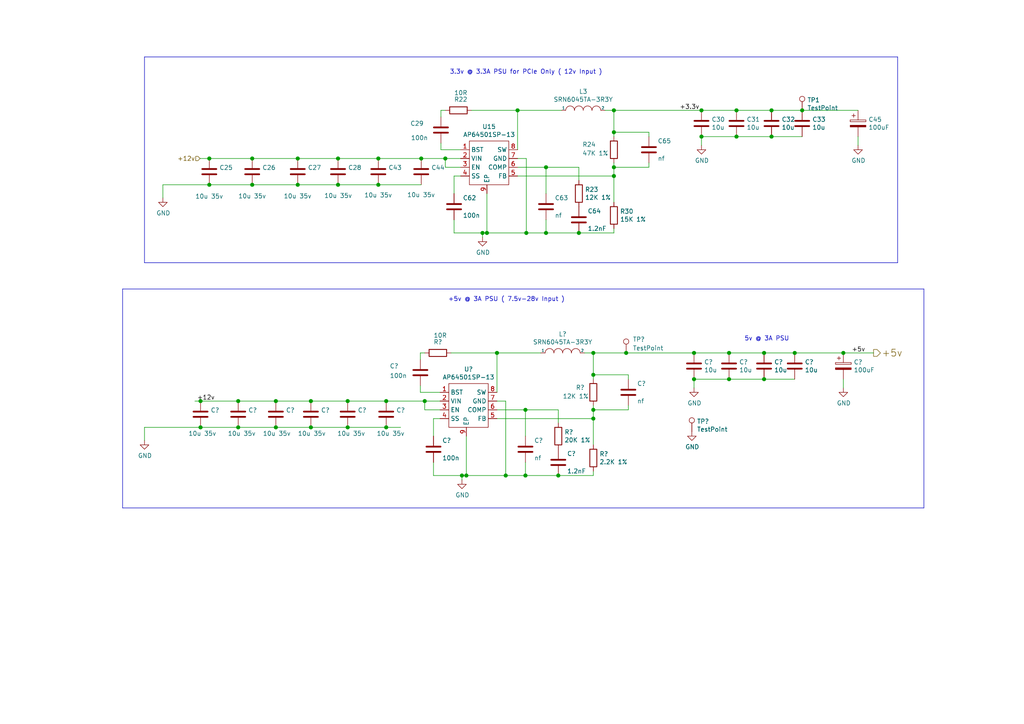
<source format=kicad_sch>
(kicad_sch (version 20210621) (generator eeschema)
  (paper "A4")
  (title_block (title "Astro Compute Module 4 - PCIe") (date "2021-07-27") (rev "1") (company "Andrew Chittams") (comment 1 "https://github.com/chittams/AstroCM4") (comment 2 "www.raspberrypi.org"))
  (lib_symbols
    (symbol "CM4IO:AP64351"
      (property "Reference" "U" (at 0 8.89 0))
      (property "Value" "AP64351" (at 1.27 6.35 0))
      (symbol "AP64351_0_1"
        (rectangle (start -5.08 5.08) (end 6.35 -7.62))
      )
      (symbol "AP64351_1_1"
        (pin passive line (at -7.62 2.54 0) (length 2.54) (name "BST") (number "1"))
        (pin power_in line (at -7.62 0 0) (length 2.54) (name "VIN") (number "2"))
        (pin input line (at -7.62 -2.54 0) (length 2.54) (name "EN") (number "3"))
        (pin input line (at -7.62 -5.08 0) (length 2.54) (name "SS") (number "4"))
        (pin input line (at 8.89 -5.08 180) (length 2.54) (name "FB") (number "5"))
        (pin input line (at 8.89 -2.54 180) (length 2.54) (name "COMP") (number "6"))
        (pin power_in line (at 8.89 0 180) (length 2.54) (name "GND") (number "7"))
        (pin output line (at 8.89 2.54 180) (length 2.54) (name "SW") (number "8"))
        (pin passive line (at 0 -10.16 90) (length 2.54) (name "EP") (number "9"))
      )
    )
    (symbol "Connector:TestPoint" (pin_numbers hide) (pin_names (offset 0.762) hide)
      (property "Reference" "TP" (at 0 6.858 0))
      (property "Value" "TestPoint" (at 0 5.08 0))
      (symbol "TestPoint_0_1"
        (circle (center 0 3.302) (radius 0.762))
      )
      (symbol "TestPoint_1_1"
        (pin passive line (at 0 0 90) (length 2.54) (name "1") (number "1"))
      )
    )
    (symbol "Device:C" (pin_numbers hide) (pin_names (offset 0.254))
      (property "Reference" "C" (at 0.635 2.54 0))
      (property "Value" "C" (at 0.635 -2.54 0))
      (symbol "C_0_1"
        (polyline (pts (xy -2.032 -0.762) (xy 2.032 -0.762)) (stroke (width 0.508)))
        (polyline (pts (xy -2.032 0.762) (xy 2.032 0.762)) (stroke (width 0.508)))
      )
      (symbol "C_1_1"
        (pin passive line (at 0 3.81 270) (length 2.794) (name "~") (number "1"))
        (pin passive line (at 0 -3.81 90) (length 2.794) (name "~") (number "2"))
      )
    )
    (symbol "Device:CP" (pin_numbers hide) (pin_names (offset 0.254))
      (property "Reference" "C" (at 0.635 2.54 0))
      (property "Value" "CP" (at 0.635 -2.54 0))
      (symbol "CP_0_1"
        (rectangle (start -2.286 0.508) (end 2.286 1.016))
        (rectangle (start 2.286 -0.508) (end -2.286 -1.016) (fill (type outline)))
        (polyline (pts (xy -1.778 2.286) (xy -0.762 2.286)))
        (polyline (pts (xy -1.27 2.794) (xy -1.27 1.778)))
      )
      (symbol "CP_1_1"
        (pin passive line (at 0 3.81 270) (length 2.794) (name "~") (number "1"))
        (pin passive line (at 0 -3.81 90) (length 2.794) (name "~") (number "2"))
      )
    )
    (symbol "Device:R" (pin_numbers hide) (pin_names (offset 0))
      (property "Reference" "R" (at 2.032 0 90))
      (property "Value" "R" (at 0 0 90))
      (symbol "R_0_1"
        (rectangle (start -1.016 -2.54) (end 1.016 2.54) (stroke (width 0.254)))
      )
      (symbol "R_1_1"
        (pin passive line (at 0 3.81 270) (length 1.27) (name "~") (number "1"))
        (pin passive line (at 0 -3.81 90) (length 1.27) (name "~") (number "2"))
      )
    )
    (symbol "power:GND" (power) (pin_names (offset 0))
      (property "Value" "GND" (at 0 -3.81 0))
      (symbol "GND_0_1"
        (polyline (pts (xy 0 0) (xy 0 -1.27) (xy 1.27 -1.27) (xy 0 -2.54) (xy -1.27 -1.27) (xy 0 -1.27)))
      )
      (symbol "GND_1_1"
        (pin power_in line (at 0 0 270) (length 0) hide (name "GND") (number "1"))
      )
    )
    (symbol "pspice:INDUCTOR" (pin_numbers hide) (pin_names (offset 0))
      (property "Reference" "L" (at 0 2.54 0))
      (property "Value" "INDUCTOR" (at 0 -1.27 0))
      (symbol "INDUCTOR_0_1"
        (arc (start -2.54 0) (end -5.08 0) (radius (at -3.81 0) (length 1.27) (angles 0.1 179.9)))
        (arc (start 0 0) (end -2.54 0) (radius (at -1.27 0) (length 1.27) (angles 0.1 179.9)))
        (arc (start 2.54 0) (end 0 0) (radius (at 1.27 0) (length 1.27) (angles 0.1 179.9)))
        (arc (start 5.08 0) (end 2.54 0) (radius (at 3.81 0) (length 1.27) (angles 0.1 179.9)))
      )
      (symbol "INDUCTOR_1_1"
        (pin input line (at -6.35 0 0) (length 1.27) (name "1") (number "1"))
        (pin input line (at 6.35 0 180) (length 1.27) (name "2") (number "2"))
      )
    )
  )
  (junction (at 58.166 116.332) (diameter 1.016))
  (junction (at 58.166 123.952) (diameter 1.016))
  (junction (at 60.706 45.974) (diameter 1.016))
  (junction (at 60.706 53.594) (diameter 1.016))
  (junction (at 69.088 116.332) (diameter 1.016))
  (junction (at 69.088 123.952) (diameter 1.016))
  (junction (at 73.152 45.974) (diameter 1.016))
  (junction (at 73.152 53.594) (diameter 1.016))
  (junction (at 80.01 116.332) (diameter 1.016))
  (junction (at 80.01 123.952) (diameter 1.016))
  (junction (at 86.36 45.974) (diameter 1.016))
  (junction (at 86.36 53.594) (diameter 1.016))
  (junction (at 90.17 116.332) (diameter 1.016))
  (junction (at 90.17 123.952) (diameter 1.016))
  (junction (at 98.044 45.974) (diameter 1.016))
  (junction (at 98.044 53.594) (diameter 1.016))
  (junction (at 100.838 116.332) (diameter 1.016))
  (junction (at 100.838 123.952) (diameter 1.016))
  (junction (at 109.728 45.974) (diameter 1.016))
  (junction (at 109.728 53.594) (diameter 1.016))
  (junction (at 112.014 116.332) (diameter 1.016))
  (junction (at 112.014 123.952) (diameter 1.016))
  (junction (at 122.174 45.974) (diameter 1.016))
  (junction (at 123.19 116.332) (diameter 1.016))
  (junction (at 129.159 45.974) (diameter 1.016))
  (junction (at 133.985 137.922) (diameter 1.016))
  (junction (at 135.255 137.922) (diameter 1.016))
  (junction (at 139.954 67.564) (diameter 1.016))
  (junction (at 141.224 67.564) (diameter 1.016))
  (junction (at 144.145 102.362) (diameter 1.016))
  (junction (at 146.685 137.922) (diameter 1.016))
  (junction (at 150.114 32.004) (diameter 1.016))
  (junction (at 152.4 118.872) (diameter 1.016))
  (junction (at 152.4 137.922) (diameter 1.016))
  (junction (at 152.654 67.564) (diameter 1.016))
  (junction (at 158.369 48.514) (diameter 1.016))
  (junction (at 158.369 67.564) (diameter 1.016))
  (junction (at 161.925 137.922) (diameter 1.016))
  (junction (at 167.894 67.564) (diameter 1.016))
  (junction (at 172.085 102.362) (diameter 1.016))
  (junction (at 172.085 108.712) (diameter 1.016))
  (junction (at 172.085 118.872) (diameter 1.016))
  (junction (at 172.085 121.412) (diameter 1.016))
  (junction (at 178.054 32.004) (diameter 1.016))
  (junction (at 178.054 38.354) (diameter 1.016))
  (junction (at 178.054 48.514) (diameter 1.016))
  (junction (at 178.054 51.054) (diameter 1.016))
  (junction (at 181.61 102.362) (diameter 1.016))
  (junction (at 201.295 102.362) (diameter 1.016))
  (junction (at 201.295 109.982) (diameter 1.016))
  (junction (at 203.454 32.004) (diameter 1.016))
  (junction (at 203.454 39.624) (diameter 1.016))
  (junction (at 211.455 102.362) (diameter 1.016))
  (junction (at 211.455 109.982) (diameter 1.016))
  (junction (at 213.614 32.004) (diameter 1.016))
  (junction (at 213.614 39.624) (diameter 1.016))
  (junction (at 221.615 102.362) (diameter 1.016))
  (junction (at 221.615 109.982) (diameter 1.016))
  (junction (at 223.774 32.004) (diameter 1.016))
  (junction (at 223.774 39.624) (diameter 1.016))
  (junction (at 230.505 102.362) (diameter 1.016))
  (junction (at 232.664 32.004) (diameter 1.016))
  (junction (at 244.602 102.362) (diameter 1.016))
  (wire (pts (xy 41.91 123.952) (xy 41.91 127.762)))
  (wire (pts (xy 41.91 123.952) (xy 58.166 123.952)))
  (wire (pts (xy 47.244 53.594) (xy 47.244 57.404)))
  (wire (pts (xy 47.244 53.594) (xy 60.706 53.594)))
  (wire (pts (xy 56.515 116.332) (xy 58.166 116.332)))
  (wire (pts (xy 58.039 45.974) (xy 60.706 45.974)))
  (wire (pts (xy 58.166 116.332) (xy 69.088 116.332)))
  (wire (pts (xy 58.166 123.952) (xy 69.088 123.952)))
  (wire (pts (xy 60.706 45.974) (xy 73.152 45.974)))
  (wire (pts (xy 60.706 53.594) (xy 73.152 53.594)))
  (wire (pts (xy 69.088 116.332) (xy 80.01 116.332)))
  (wire (pts (xy 69.088 123.952) (xy 80.01 123.952)))
  (wire (pts (xy 73.152 45.974) (xy 86.36 45.974)))
  (wire (pts (xy 73.152 53.594) (xy 86.36 53.594)))
  (wire (pts (xy 80.01 116.332) (xy 90.17 116.332)))
  (wire (pts (xy 80.01 123.952) (xy 90.17 123.952)))
  (wire (pts (xy 86.36 45.974) (xy 98.044 45.974)))
  (wire (pts (xy 86.36 53.594) (xy 98.044 53.594)))
  (wire (pts (xy 90.17 116.332) (xy 100.838 116.332)))
  (wire (pts (xy 90.17 123.952) (xy 100.838 123.952)))
  (wire (pts (xy 98.044 45.974) (xy 109.728 45.974)))
  (wire (pts (xy 98.044 53.594) (xy 109.728 53.594)))
  (wire (pts (xy 100.838 116.332) (xy 112.014 116.332)))
  (wire (pts (xy 100.838 123.952) (xy 112.014 123.952)))
  (wire (pts (xy 109.728 45.974) (xy 122.174 45.974)))
  (wire (pts (xy 109.728 53.594) (xy 122.174 53.594)))
  (wire (pts (xy 112.014 116.332) (xy 123.19 116.332)))
  (wire (pts (xy 112.014 123.952) (xy 116.205 123.952)))
  (wire (pts (xy 121.92 102.362) (xy 123.19 102.362)))
  (wire (pts (xy 121.92 104.267) (xy 121.92 102.362)))
  (wire (pts (xy 121.92 111.887) (xy 121.92 113.792)))
  (wire (pts (xy 121.92 113.792) (xy 127.635 113.792)))
  (wire (pts (xy 122.174 45.974) (xy 129.159 45.974)))
  (wire (pts (xy 123.19 116.332) (xy 123.19 118.872)))
  (wire (pts (xy 123.19 116.332) (xy 127.635 116.332)))
  (wire (pts (xy 123.19 118.872) (xy 127.635 118.872)))
  (wire (pts (xy 125.73 121.412) (xy 125.73 126.492)))
  (wire (pts (xy 125.73 134.112) (xy 125.73 137.922)))
  (wire (pts (xy 125.73 137.922) (xy 133.985 137.922)))
  (wire (pts (xy 127.635 121.412) (xy 125.73 121.412)))
  (wire (pts (xy 127.889 32.004) (xy 129.159 32.004)))
  (wire (pts (xy 127.889 33.909) (xy 127.889 32.004)))
  (wire (pts (xy 127.889 41.529) (xy 127.889 43.434)))
  (wire (pts (xy 127.889 43.434) (xy 133.604 43.434)))
  (wire (pts (xy 129.159 45.974) (xy 129.159 48.514)))
  (wire (pts (xy 129.159 45.974) (xy 133.604 45.974)))
  (wire (pts (xy 129.159 48.514) (xy 133.604 48.514)))
  (wire (pts (xy 130.81 102.362) (xy 144.145 102.362)))
  (wire (pts (xy 131.699 51.054) (xy 131.699 56.134)))
  (wire (pts (xy 131.699 63.754) (xy 131.699 67.564)))
  (wire (pts (xy 131.699 67.564) (xy 139.954 67.564)))
  (wire (pts (xy 133.604 51.054) (xy 131.699 51.054)))
  (wire (pts (xy 133.985 137.922) (xy 135.255 137.922)))
  (wire (pts (xy 133.985 139.192) (xy 133.985 137.922)))
  (wire (pts (xy 135.255 126.492) (xy 135.255 137.922)))
  (wire (pts (xy 135.255 137.922) (xy 146.685 137.922)))
  (wire (pts (xy 136.779 32.004) (xy 150.114 32.004)))
  (wire (pts (xy 139.954 67.564) (xy 141.224 67.564)))
  (wire (pts (xy 139.954 68.834) (xy 139.954 67.564)))
  (wire (pts (xy 141.224 56.134) (xy 141.224 67.564)))
  (wire (pts (xy 141.224 67.564) (xy 152.654 67.564)))
  (wire (pts (xy 144.145 102.362) (xy 144.145 113.792)))
  (wire (pts (xy 144.145 102.362) (xy 156.845 102.362)))
  (wire (pts (xy 144.145 116.332) (xy 146.685 116.332)))
  (wire (pts (xy 144.145 118.872) (xy 152.4 118.872)))
  (wire (pts (xy 144.145 121.412) (xy 172.085 121.412)))
  (wire (pts (xy 146.685 116.332) (xy 146.685 137.922)))
  (wire (pts (xy 146.685 137.922) (xy 152.4 137.922)))
  (wire (pts (xy 150.114 32.004) (xy 150.114 43.434)))
  (wire (pts (xy 150.114 32.004) (xy 162.814 32.004)))
  (wire (pts (xy 150.114 45.974) (xy 152.654 45.974)))
  (wire (pts (xy 150.114 48.514) (xy 158.369 48.514)))
  (wire (pts (xy 150.114 51.054) (xy 178.054 51.054)))
  (wire (pts (xy 152.4 118.872) (xy 152.4 126.492)))
  (wire (pts (xy 152.4 118.872) (xy 161.925 118.872)))
  (wire (pts (xy 152.4 134.112) (xy 152.4 137.922)))
  (wire (pts (xy 152.4 137.922) (xy 161.925 137.922)))
  (wire (pts (xy 152.654 45.974) (xy 152.654 67.564)))
  (wire (pts (xy 152.654 67.564) (xy 158.369 67.564)))
  (wire (pts (xy 158.369 48.514) (xy 158.369 56.134)))
  (wire (pts (xy 158.369 48.514) (xy 167.894 48.514)))
  (wire (pts (xy 158.369 63.754) (xy 158.369 67.564)))
  (wire (pts (xy 158.369 67.564) (xy 167.894 67.564)))
  (wire (pts (xy 161.925 122.682) (xy 161.925 118.872)))
  (wire (pts (xy 161.925 137.922) (xy 172.085 137.922)))
  (wire (pts (xy 167.894 52.324) (xy 167.894 48.514)))
  (wire (pts (xy 167.894 67.564) (xy 178.054 67.564)))
  (wire (pts (xy 169.545 102.362) (xy 172.085 102.362)))
  (wire (pts (xy 172.085 102.362) (xy 172.085 108.712)))
  (wire (pts (xy 172.085 102.362) (xy 181.61 102.362)))
  (wire (pts (xy 172.085 108.712) (xy 172.085 109.982)))
  (wire (pts (xy 172.085 108.712) (xy 182.245 108.712)))
  (wire (pts (xy 172.085 117.602) (xy 172.085 118.872)))
  (wire (pts (xy 172.085 118.872) (xy 172.085 121.412)))
  (wire (pts (xy 172.085 118.872) (xy 182.245 118.872)))
  (wire (pts (xy 172.085 121.412) (xy 172.085 129.032)))
  (wire (pts (xy 172.085 137.922) (xy 172.085 136.652)))
  (wire (pts (xy 175.514 32.004) (xy 178.054 32.004)))
  (wire (pts (xy 178.054 32.004) (xy 178.054 38.354)))
  (wire (pts (xy 178.054 32.004) (xy 203.454 32.004)))
  (wire (pts (xy 178.054 38.354) (xy 178.054 39.624)))
  (wire (pts (xy 178.054 38.354) (xy 188.214 38.354)))
  (wire (pts (xy 178.054 47.244) (xy 178.054 48.514)))
  (wire (pts (xy 178.054 48.514) (xy 178.054 51.054)))
  (wire (pts (xy 178.054 48.514) (xy 188.214 48.514)))
  (wire (pts (xy 178.054 51.054) (xy 178.054 58.674)))
  (wire (pts (xy 178.054 67.564) (xy 178.054 66.294)))
  (wire (pts (xy 181.61 102.362) (xy 201.295 102.362)))
  (wire (pts (xy 182.245 108.712) (xy 182.245 109.982)))
  (wire (pts (xy 182.245 118.872) (xy 182.245 117.602)))
  (wire (pts (xy 188.214 38.354) (xy 188.214 39.624)))
  (wire (pts (xy 188.214 48.514) (xy 188.214 47.244)))
  (wire (pts (xy 201.295 102.362) (xy 211.455 102.362)))
  (wire (pts (xy 201.295 109.982) (xy 201.295 112.522)))
  (wire (pts (xy 203.454 32.004) (xy 213.614 32.004)))
  (wire (pts (xy 203.454 39.624) (xy 203.454 42.164)))
  (wire (pts (xy 211.455 102.362) (xy 221.615 102.362)))
  (wire (pts (xy 211.455 109.982) (xy 201.295 109.982)))
  (wire (pts (xy 213.614 32.004) (xy 223.774 32.004)))
  (wire (pts (xy 213.614 39.624) (xy 203.454 39.624)))
  (wire (pts (xy 221.615 102.362) (xy 230.505 102.362)))
  (wire (pts (xy 221.615 109.982) (xy 211.455 109.982)))
  (wire (pts (xy 223.774 32.004) (xy 232.664 32.004)))
  (wire (pts (xy 223.774 39.624) (xy 213.614 39.624)))
  (wire (pts (xy 230.505 102.362) (xy 244.602 102.362)))
  (wire (pts (xy 230.505 109.982) (xy 221.615 109.982)))
  (wire (pts (xy 232.664 32.004) (xy 248.8692 32.004)))
  (wire (pts (xy 232.664 39.624) (xy 223.774 39.624)))
  (wire (pts (xy 244.602 102.362) (xy 253.365 102.362)))
  (wire (pts (xy 244.602 109.982) (xy 244.602 112.522)))
  (wire (pts (xy 248.8692 39.624) (xy 248.8692 42.164)))
  (polyline (pts (xy 35.56 83.82) (xy 35.56 147.32)) (stroke (width 0) (type solid)))
  (polyline (pts (xy 35.56 83.82) (xy 267.97 83.82)) (stroke (width 0) (type solid)))
  (polyline (pts (xy 41.91 16.51) (xy 41.91 76.2)) (stroke (width 0) (type solid)))
  (polyline (pts (xy 41.91 16.51) (xy 260.35 16.51)) (stroke (width 0) (type solid)))
  (polyline (pts (xy 260.35 16.51) (xy 260.35 76.2)) (stroke (width 0) (type solid)))
  (polyline (pts (xy 260.35 76.2) (xy 41.91 76.2)) (stroke (width 0) (type solid)))
  (polyline (pts (xy 267.97 83.82) (xy 267.97 147.32)) (stroke (width 0) (type solid)))
  (polyline (pts (xy 267.97 147.32) (xy 35.56 147.32)) (stroke (width 0) (type solid)))
  (text "3.3v @ 3.3A PSU for PCIe Only ( 12v Input )\n\n" (at 130.429 23.749 0) (effects (font (size 1.27 1.27)) (justify left bottom)))
  (text "+5v @ 3A PSU ( 7.5v-28v Input )" (at 163.83 87.63 180) (effects (font (size 1.27 1.27)) (justify right bottom)))
  (text "5v @ 3A PSU\n" (at 215.9 99.06 0) (effects (font (size 1.27 1.27)) (justify left bottom)))
  (label "+12v" (at 57.15 116.332 0))
  (label "+3.3v" (at 197.104 32.004 0))
  (label "+5v" (at 247.015 102.362 0))
  (hierarchical_label "+12v" (shape input) (at 58.039 45.974 180))
  (hierarchical_label "+5v" (shape output) (at 253.365 102.362 0) (effects (font (size 2.0066 2.0066))))
  (symbol (lib_id "Connector:TestPoint") (at 181.61 102.362 0) (unit 1)
    (property "Reference" "TP?" (at 183.515 98.425 0) (effects (justify left)))
    (property "Value" "TestPoint" (at 183.515 100.965 0) (effects (justify left)))
    (property "Footprint" "TestPoint:TestPoint_Pad_2.0x2.0mm" (effects hide))
    (property "Field4" "nf" (effects hide))
    (property "Field5" "nf" (effects hide))
    (property "Field6" "nf" (effects hide))
    (property "Field7" "nf" (effects hide))
  )
  (symbol (lib_id "Connector:TestPoint") (at 200.66 125.222 0) (unit 1)
    (property "Reference" "TP?" (at 202.1332 122.2248 0) (effects (justify left)))
    (property "Value" "TestPoint" (at 202.1332 124.5362 0) (effects (justify left)))
    (property "Footprint" "TestPoint:TestPoint_Pad_2.0x2.0mm" (effects hide))
    (property "Field4" "nf" (effects hide))
    (property "Field5" "nf" (effects hide))
    (property "Field6" "nf" (effects hide))
    (property "Field7" "nf" (effects hide))
  )
  (symbol (lib_id "Connector:TestPoint") (at 232.664 32.004 0) (unit 1)
    (property "Reference" "TP1" (at 234.1372 29.0068 0) (effects (justify left)))
    (property "Value" "TestPoint" (at 234.1372 31.3182 0) (effects (justify left)))
    (property "Footprint" "TestPoint:TestPoint_Pad_2.0x2.0mm" (effects hide))
    (property "Field4" "nf" (effects hide))
    (property "Field5" "nf" (effects hide))
    (property "Field6" "nf" (effects hide))
    (property "Field7" "nf" (effects hide))
  )
  (symbol (lib_id "power:GND") (at 41.91 127.762 0) (unit 1)
    (property "Reference" "#PWR?" (effects hide))
    (property "Value" "GND" (at 42.037 132.1562 0))
  )
  (symbol (lib_id "power:GND") (at 47.244 57.404 0) (unit 1)
    (property "Reference" "#PWR?" (effects hide))
    (property "Value" "GND" (at 47.371 61.7982 0))
  )
  (symbol (lib_id "power:GND") (at 133.985 139.192 0) (unit 1)
    (property "Reference" "#PWR?" (effects hide))
    (property "Value" "GND" (at 134.112 143.5862 0))
  )
  (symbol (lib_id "power:GND") (at 139.954 68.834 0) (unit 1)
    (property "Reference" "#PWR?" (effects hide))
    (property "Value" "GND" (at 140.081 73.2282 0))
  )
  (symbol (lib_id "power:GND") (at 200.66 125.222 0) (unit 1)
    (property "Reference" "#PWR?" (effects hide))
    (property "Value" "GND" (at 200.787 129.6162 0))
  )
  (symbol (lib_id "power:GND") (at 201.295 112.522 0) (unit 1)
    (property "Reference" "#PWR?" (effects hide))
    (property "Value" "GND" (at 201.422 116.9162 0))
  )
  (symbol (lib_id "power:GND") (at 203.454 42.164 0) (unit 1)
    (property "Reference" "#PWR?" (effects hide))
    (property "Value" "GND" (at 203.581 46.5582 0))
  )
  (symbol (lib_id "power:GND") (at 244.602 112.522 0) (unit 1)
    (property "Reference" "#PWR?" (effects hide))
    (property "Value" "GND" (at 244.729 116.9162 0))
  )
  (symbol (lib_id "power:GND") (at 248.8692 42.164 0) (unit 1)
    (property "Reference" "#PWR?" (effects hide))
    (property "Value" "GND" (at 248.9962 46.5582 0))
  )
  (symbol (lib_id "Device:R") (at 127 102.362 270) (unit 1)
    (property "Reference" "R?" (at 125.73 99.187 90) (effects (justify left)))
    (property "Value" "10R" (at 125.73 97.282 90) (effects (justify left)))
    (property "Footprint" "Resistor_SMD:R_0402_1005Metric" (effects hide))
    (property "Datasheet" "https://fscdn.rohm.com/en/products/databook/datasheet/passive/resistor/chip_resistor/mcr-e.pdf" (effects hide))
    (property "Field4" "Farnell" (effects hide))
    (property "Field5" "9238999" (effects hide))
    (property "Field7" "Yageo" (effects hide))
    (property "Field6" "RC0402FR-0710RL" (effects hide))
    (property "Field8" "URES00256" (effects hide))
    (property "Part Description" "Resistor 10R M1005 1% 63mW" (effects hide))
  )
  (symbol (lib_id "Device:R") (at 132.969 32.004 270) (unit 1)
    (property "Reference" "R22" (at 131.699 28.829 90) (effects (justify left)))
    (property "Value" "10R" (at 131.699 26.924 90) (effects (justify left)))
    (property "Footprint" "Resistor_SMD:R_0402_1005Metric" (effects hide))
    (property "Datasheet" "https://fscdn.rohm.com/en/products/databook/datasheet/passive/resistor/chip_resistor/mcr-e.pdf" (effects hide))
    (property "Field4" "Farnell" (effects hide))
    (property "Field5" "9238999" (effects hide))
    (property "Field7" "Yageo" (effects hide))
    (property "Field6" "RC0402FR-0710RL" (effects hide))
    (property "Field8" "URES00256" (effects hide))
    (property "Part Description" "Resistor 10R M1005 1% 63mW" (effects hide))
  )
  (symbol (lib_id "Device:R") (at 161.925 126.492 0) (unit 1)
    (property "Reference" "R?" (at 163.703 125.3236 0) (effects (justify left)))
    (property "Value" "20K 1%" (at 163.703 127.635 0) (effects (justify left)))
    (property "Footprint" "Resistor_SMD:R_0402_1005Metric" (effects hide))
    (property "Datasheet" "https://fscdn.rohm.com/en/products/databook/datasheet/passive/resistor/chip_resistor/mcr-e.pdf" (effects hide))
    (property "Field4" "Farnell" (effects hide))
    (property "Field5" "2331485" (effects hide))
    (property "Field7" "KOA EUROPE GMBH" (effects hide))
    (property "Field6" "RK73H1ETTP2002F" (effects hide))
    (property "Part Description" "Resistor 20K M1005 1% 63mW" (effects hide))
  )
  (symbol (lib_id "Device:R") (at 167.894 56.134 0) (unit 1)
    (property "Reference" "R23" (at 169.672 54.9656 0) (effects (justify left)))
    (property "Value" "12K 1%" (at 169.672 57.277 0) (effects (justify left)))
    (property "Footprint" "Resistor_SMD:R_0402_1005Metric" (effects hide))
    (property "Datasheet" "https://fscdn.rohm.com/en/products/databook/datasheet/passive/resistor/chip_resistor/mcr-e.pdf" (effects hide))
    (property "Field4" "Farnell" (effects hide))
    (property "Field5" "9239367" (effects hide))
    (property "Field7" "Rohm" (effects hide))
    (property "Field6" "MCR01MZPF1202" (effects hide))
    (property "Part Description" "Resistor 12K M1005 1% 63mW" (effects hide))
  )
  (symbol (lib_id "Device:R") (at 172.085 113.792 0) (unit 1)
    (property "Reference" "R?" (at 167.005 112.395 0) (effects (justify left)))
    (property "Value" "12K 1%" (at 163.195 114.935 0) (effects (justify left)))
    (property "Footprint" "Resistor_SMD:R_0402_1005Metric" (effects hide))
    (property "Datasheet" "https://fscdn.rohm.com/en/products/databook/datasheet/passive/resistor/chip_resistor/mcr-e.pdf" (effects hide))
    (property "Field4" "Farnell" (effects hide))
    (property "Field5" "9239367" (effects hide))
    (property "Field7" "Rohm" (effects hide))
    (property "Field6" "MCR01MZPF1202" (effects hide))
    (property "Part Description" "Resistor 12K M1005 1% 63mW" (effects hide))
  )
  (symbol (lib_id "Device:R") (at 172.085 132.842 0) (unit 1)
    (property "Reference" "R?" (at 173.863 131.6736 0) (effects (justify left)))
    (property "Value" "2.2K 1%" (at 173.863 133.985 0) (effects (justify left)))
    (property "Footprint" "Resistor_SMD:R_0402_1005Metric" (effects hide))
    (property "Datasheet" "https://fscdn.rohm.com/en/products/databook/datasheet/passive/resistor/chip_resistor/mcr-e.pdf" (effects hide))
    (property "Field4" "Farnell" (effects hide))
    (property "Field5" "9239278" (effects hide))
    (property "Field6" "RK73G1ETQTP2201D         " (effects hide))
    (property "Field7" "KOA EUROPE GMBH" (effects hide))
    (property "Part Description" "Resistor 2.2K M1005 1% 63mW" (effects hide))
    (property "Field8" "120889581" (effects hide))
  )
  (symbol (lib_id "Device:R") (at 178.054 43.434 0) (unit 1)
    (property "Reference" "R24" (at 168.91 41.91 0) (effects (justify left)))
    (property "Value" "47K 1%" (at 168.91 44.45 0) (effects (justify left)))
    (property "Footprint" "Resistor_SMD:R_0402_1005Metric" (effects hide))
    (property "Datasheet" "https://fscdn.rohm.com/en/products/databook/datasheet/passive/resistor/chip_resistor/mcr-e.pdf" (effects hide))
    (property "Field4" "Farnell" (effects hide))
    (property "Field5" "9239430" (effects hide))
    (property "Field7" "KOA EUROPE GMBH" (effects hide))
    (property "Field6" "RK73G1ETQTP4702D  " (effects hide))
    (property "Part Description" "Resistor 47K M1005 1% 63mW" (effects hide))
    (property "Field8" "120892781" (effects hide))
  )
  (symbol (lib_id "Device:R") (at 178.054 62.484 0) (unit 1)
    (property "Reference" "R30" (at 179.832 61.3156 0) (effects (justify left)))
    (property "Value" "15K 1%" (at 179.832 63.627 0) (effects (justify left)))
    (property "Footprint" "Resistor_SMD:R_0402_1005Metric" (effects hide))
    (property "Datasheet" "https://fscdn.rohm.com/en/products/databook/datasheet/passive/resistor/chip_resistor/mcr-e.pdf" (effects hide))
    (property "Field4" "Farnell" (effects hide))
    (property "Field5" "9239375" (effects hide))
    (property "Field6" "MCR01MZPF1502" (effects hide))
    (property "Field7" "Rohm" (effects hide))
    (property "Part Description" "Resistor 15K M1005 1% 63mW" (effects hide))
    (property "Field8" "120891581" (effects hide))
  )
  (symbol (lib_id "pspice:INDUCTOR") (at 163.195 102.362 0) (unit 1)
    (property "Reference" "L?" (at 163.195 96.901 0))
    (property "Value" "SRN6045TA-3R3Y" (at 163.195 99.2124 0))
    (property "Footprint" "Inductor_SMD:L_Bourns_SRN6045TA" (effects hide))
    (property "Datasheet" "https://www.bourns.com/docs/Product-Datasheets/SRN6045TA.pdf" (effects hide))
    (property "Field4" "Farnell" (effects hide))
    (property "Field5" "2616889" (effects hide))
    (property "Field6" "SRN6045TA-3R3Y" (effects hide))
    (property "Field7" "Bourns" (effects hide))
    (property "Part Description" "3.3µH Semi-Shielded Wirewound Inductor 7.8A 21mOhm Nonstandard" (effects hide))
  )
  (symbol (lib_id "pspice:INDUCTOR") (at 169.164 32.004 0) (unit 1)
    (property "Reference" "L3" (at 169.164 26.543 0))
    (property "Value" "SRN6045TA-3R3Y" (at 169.164 28.8544 0))
    (property "Footprint" "Inductor_SMD:L_Bourns_SRN6045TA" (effects hide))
    (property "Datasheet" "https://www.bourns.com/docs/Product-Datasheets/SRN6045TA.pdf" (effects hide))
    (property "Field4" "Farnell" (effects hide))
    (property "Field5" "2616889" (effects hide))
    (property "Field6" "SRN6045TA-3R3Y" (effects hide))
    (property "Field7" "Bourns" (effects hide))
    (property "Part Description" "3.3µH Semi-Shielded Wirewound Inductor 7.8A 21mOhm Nonstandard" (effects hide))
  )
  (symbol (lib_id "Device:C") (at 58.166 120.142 0) (unit 1)
    (property "Reference" "C?" (at 61.087 118.9736 0) (effects (justify left)))
    (property "Value" "10u 35v" (at 54.61 125.73 0) (effects (justify left)))
    (property "Footprint" "Capacitor_SMD:C_0805_2012Metric" (effects hide))
    (property "Datasheet" "https://www.murata.com/en-global/products/productdetail.aspx?partno=GRM21BC8YA106ME11%23" (effects hide))
    (property "Field5" "490-10505-1-ND" (effects hide))
    (property "Field4" "Digikey" (effects hide))
    (property "Field6" "GRM21BC8YA106KE11L " (effects hide))
    (property "Field7" "Murata" (effects hide))
    (property "Part Description" "	10uF 10% or 20% 35V Ceramic Capacitor X6S 0805 (2012 Metric)" (effects hide))
  )
  (symbol (lib_id "Device:C") (at 60.706 49.784 0) (unit 1)
    (property "Reference" "C25" (at 63.627 48.6156 0) (effects (justify left)))
    (property "Value" "10u 35v" (at 56.6166 56.9468 0) (effects (justify left)))
    (property "Footprint" "Capacitor_SMD:C_0805_2012Metric" (effects hide))
    (property "Datasheet" "https://www.murata.com/en-global/products/productdetail.aspx?partno=GRM21BC8YA106ME11%23" (effects hide))
    (property "Field5" "490-10505-1-ND" (effects hide))
    (property "Field4" "Digikey" (effects hide))
    (property "Field6" "GRM21BC8YA106KE11L " (effects hide))
    (property "Field7" "Murata" (effects hide))
    (property "Part Description" "	10uF 10% or 20% 35V Ceramic Capacitor X6S 0805 (2012 Metric)" (effects hide))
  )
  (symbol (lib_id "Device:C") (at 69.088 120.142 0) (unit 1)
    (property "Reference" "C?" (at 72.009 118.9736 0) (effects (justify left)))
    (property "Value" "10u 35v" (at 66.04 125.73 0) (effects (justify left)))
    (property "Footprint" "Capacitor_SMD:C_0805_2012Metric" (effects hide))
    (property "Datasheet" "https://www.murata.com/en-global/products/productdetail.aspx?partno=GRM21BC8YA106ME11%23" (effects hide))
    (property "Field5" "490-10505-1-ND" (effects hide))
    (property "Field4" "Digikey" (effects hide))
    (property "Field6" "GRM21BC8YA106KE11L " (effects hide))
    (property "Field7" "Murata" (effects hide))
    (property "Part Description" "	10uF 10% or 20% 35V Ceramic Capacitor X6S 0805 (2012 Metric)" (effects hide))
  )
  (symbol (lib_id "Device:C") (at 73.152 49.784 0) (unit 1)
    (property "Reference" "C26" (at 76.073 48.6156 0) (effects (justify left)))
    (property "Value" "10u 35v" (at 69.0626 56.8706 0) (effects (justify left)))
    (property "Footprint" "Capacitor_SMD:C_0805_2012Metric" (effects hide))
    (property "Datasheet" "https://www.murata.com/en-global/products/productdetail.aspx?partno=GRM21BC8YA106ME11%23" (effects hide))
    (property "Field5" "490-10505-1-ND" (effects hide))
    (property "Field4" "Digikey" (effects hide))
    (property "Field6" "GRM21BC8YA106KE11L " (effects hide))
    (property "Field7" "Murata" (effects hide))
    (property "Part Description" "	10uF 10% or 20% 35V Ceramic Capacitor X6S 0805 (2012 Metric)" (effects hide))
  )
  (symbol (lib_id "Device:C") (at 80.01 120.142 0) (unit 1)
    (property "Reference" "C?" (at 82.931 118.9736 0) (effects (justify left)))
    (property "Value" "10u 35v" (at 76.2 125.73 0) (effects (justify left)))
    (property "Footprint" "Capacitor_SMD:C_0805_2012Metric" (effects hide))
    (property "Datasheet" "https://www.murata.com/en-global/products/productdetail.aspx?partno=GRM21BC8YA106ME11%23" (effects hide))
    (property "Field5" "490-10505-1-ND" (effects hide))
    (property "Field4" "Digikey" (effects hide))
    (property "Field6" "GRM21BC8YA106KE11L " (effects hide))
    (property "Field7" "Murata" (effects hide))
    (property "Part Description" "	10uF 10% or 20% 35V Ceramic Capacitor X6S 0805 (2012 Metric)" (effects hide))
  )
  (symbol (lib_id "Device:C") (at 86.36 49.784 0) (unit 1)
    (property "Reference" "C27" (at 89.281 48.6156 0) (effects (justify left)))
    (property "Value" "10u 35v" (at 82.2452 56.8706 0) (effects (justify left)))
    (property "Footprint" "Capacitor_SMD:C_0805_2012Metric" (effects hide))
    (property "Datasheet" "https://www.murata.com/en-global/products/productdetail.aspx?partno=GRM21BC8YA106ME11%23" (effects hide))
    (property "Field5" "490-10505-1-ND" (effects hide))
    (property "Field4" "Digikey" (effects hide))
    (property "Field6" "GRM21BC8YA106KE11L " (effects hide))
    (property "Field7" "Murata" (effects hide))
    (property "Part Description" "	10uF 10% or 20% 35V Ceramic Capacitor X6S 0805 (2012 Metric)" (effects hide))
  )
  (symbol (lib_id "Device:C") (at 90.17 120.142 0) (unit 1)
    (property "Reference" "C?" (at 93.091 118.9736 0) (effects (justify left)))
    (property "Value" "10u 35v" (at 86.36 125.73 0) (effects (justify left)))
    (property "Footprint" "Capacitor_SMD:C_0805_2012Metric" (effects hide))
    (property "Datasheet" "https://www.murata.com/en-global/products/productdetail.aspx?partno=GRM21BC8YA106ME11%23" (effects hide))
    (property "Field5" "490-10505-1-ND" (effects hide))
    (property "Field4" "Digikey" (effects hide))
    (property "Field6" "GRM21BC8YA106KE11L " (effects hide))
    (property "Field7" "Murata" (effects hide))
    (property "Part Description" "	10uF 10% or 20% 35V Ceramic Capacitor X6S 0805 (2012 Metric)" (effects hide))
  )
  (symbol (lib_id "Device:C") (at 98.044 49.784 0) (unit 1)
    (property "Reference" "C28" (at 100.965 48.6156 0) (effects (justify left)))
    (property "Value" "10u 35v" (at 94.0054 56.7436 0) (effects (justify left)))
    (property "Footprint" "Capacitor_SMD:C_0805_2012Metric" (effects hide))
    (property "Datasheet" "https://www.murata.com/en-global/products/productdetail.aspx?partno=GRM21BC8YA106ME11%23" (effects hide))
    (property "Field5" "490-10505-1-ND" (effects hide))
    (property "Field4" "Digikey" (effects hide))
    (property "Field6" "GRM21BC8YA106KE11L " (effects hide))
    (property "Field7" "Murata" (effects hide))
    (property "Part Description" "	10uF 10% or 20% 35V Ceramic Capacitor X6S 0805 (2012 Metric)" (effects hide))
  )
  (symbol (lib_id "Device:C") (at 100.838 120.142 0) (unit 1)
    (property "Reference" "C?" (at 103.759 118.9736 0) (effects (justify left)))
    (property "Value" "10u 35v" (at 97.79 125.73 0) (effects (justify left)))
    (property "Footprint" "Capacitor_SMD:C_0805_2012Metric" (effects hide))
    (property "Datasheet" "https://www.murata.com/en-global/products/productdetail.aspx?partno=GRM21BC8YA106ME11%23" (effects hide))
    (property "Field5" "490-10505-1-ND" (effects hide))
    (property "Field4" "Digikey" (effects hide))
    (property "Field6" "GRM21BC8YA106KE11L " (effects hide))
    (property "Field7" "Murata" (effects hide))
    (property "Part Description" "	10uF 10% or 20% 35V Ceramic Capacitor X6S 0805 (2012 Metric)" (effects hide))
  )
  (symbol (lib_id "Device:C") (at 109.728 49.784 0) (unit 1)
    (property "Reference" "C43" (at 112.649 48.6156 0) (effects (justify left)))
    (property "Value" "10u 35v" (at 105.6132 56.5912 0) (effects (justify left)))
    (property "Footprint" "Capacitor_SMD:C_0805_2012Metric" (effects hide))
    (property "Datasheet" "https://www.murata.com/en-global/products/productdetail.aspx?partno=GRM21BC8YA106ME11%23" (effects hide))
    (property "Field5" "490-10505-1-ND" (effects hide))
    (property "Field4" "Digikey" (effects hide))
    (property "Field6" "GRM21BC8YA106KE11L " (effects hide))
    (property "Field7" "Murata" (effects hide))
    (property "Part Description" "	10uF 10% or 20% 35V Ceramic Capacitor X6S 0805 (2012 Metric)" (effects hide))
  )
  (symbol (lib_id "Device:C") (at 112.014 120.142 0) (unit 1)
    (property "Reference" "C?" (at 114.935 118.9736 0) (effects (justify left)))
    (property "Value" "10u 35v" (at 109.22 125.73 0) (effects (justify left)))
    (property "Footprint" "Capacitor_SMD:C_0805_2012Metric" (effects hide))
    (property "Datasheet" "https://www.murata.com/en-global/products/productdetail.aspx?partno=GRM21BC8YA106ME11%23" (effects hide))
    (property "Field5" "490-10505-1-ND" (effects hide))
    (property "Field4" "Digikey" (effects hide))
    (property "Field6" "GRM21BC8YA106KE11L " (effects hide))
    (property "Field7" "Murata" (effects hide))
    (property "Part Description" "	10uF 10% or 20% 35V Ceramic Capacitor X6S 0805 (2012 Metric)" (effects hide))
  )
  (symbol (lib_id "Device:C") (at 121.92 108.077 0) (unit 1)
    (property "Reference" "C?" (at 113.03 106.172 0) (effects (justify left)))
    (property "Value" "100n" (at 113.03 108.966 0) (effects (justify left)))
    (property "Footprint" "Capacitor_SMD:C_0402_1005Metric" (effects hide))
    (property "Datasheet" "https://search.murata.co.jp/Ceramy/image/img/A01X/G101/ENG/GRM155R71C104KA88-01.pdf" (effects hide))
    (property "Field4" "Farnell" (effects hide))
    (property "Field5" "2611911" (effects hide))
    (property "Field6" "RM EMK105 B7104KV-F" (effects hide))
    (property "Field7" "TAIYO YUDEN EUROPE GMBH" (effects hide))
    (property "Part Description" "	0.1uF 10% 16V Ceramic Capacitor X7R 0402 (1005 Metric)" (effects hide))
    (property "Field8" "110091611" (effects hide))
  )
  (symbol (lib_id "Device:C") (at 122.174 49.784 0) (unit 1)
    (property "Reference" "C44" (at 125.095 48.6156 0) (effects (justify left)))
    (property "Value" "10u 35v" (at 118.0592 56.515 0) (effects (justify left)))
    (property "Footprint" "Capacitor_SMD:C_0805_2012Metric" (effects hide))
    (property "Datasheet" "https://www.murata.com/en-global/products/productdetail.aspx?partno=GRM21BC8YA106ME11%23" (effects hide))
    (property "Field5" "490-10505-1-ND" (effects hide))
    (property "Field4" "Digikey" (effects hide))
    (property "Field6" "GRM21BC8YA106KE11L " (effects hide))
    (property "Field7" "Murata" (effects hide))
    (property "Part Description" "	10uF 10% or 20% 35V Ceramic Capacitor X6S 0805 (2012 Metric)" (effects hide))
  )
  (symbol (lib_id "Device:C") (at 125.73 130.302 0) (unit 1)
    (property "Reference" "C?" (at 128.27 127.762 0) (effects (justify left)))
    (property "Value" "100n" (at 128.27 132.842 0) (effects (justify left)))
    (property "Footprint" "Capacitor_SMD:C_0402_1005Metric" (effects hide))
    (property "Datasheet" "https://search.murata.co.jp/Ceramy/image/img/A01X/G101/ENG/GRM155R71C104KA88-01.pdf" (effects hide))
    (property "Field4" "Farnell" (effects hide))
    (property "Field5" "2611911" (effects hide))
    (property "Field6" "RM EMK105 B7104KV-F" (effects hide))
    (property "Field7" "TAIYO YUDEN EUROPE GMBH" (effects hide))
    (property "Part Description" "	0.1uF 10% 16V Ceramic Capacitor X7R 0402 (1005 Metric)" (effects hide))
    (property "Field8" "110091611" (effects hide))
  )
  (symbol (lib_id "Device:C") (at 127.889 37.719 0) (unit 1)
    (property "Reference" "C29" (at 118.999 35.814 0) (effects (justify left)))
    (property "Value" "100n" (at 119.1514 39.9796 0) (effects (justify left)))
    (property "Footprint" "Capacitor_SMD:C_0402_1005Metric" (effects hide))
    (property "Datasheet" "https://search.murata.co.jp/Ceramy/image/img/A01X/G101/ENG/GRM155R71C104KA88-01.pdf" (effects hide))
    (property "Field4" "Farnell" (effects hide))
    (property "Field5" "2611911" (effects hide))
    (property "Field6" "RM EMK105 B7104KV-F" (effects hide))
    (property "Field7" "TAIYO YUDEN EUROPE GMBH" (effects hide))
    (property "Part Description" "	0.1uF 10% 16V Ceramic Capacitor X7R 0402 (1005 Metric)" (effects hide))
    (property "Field8" "110091611" (effects hide))
  )
  (symbol (lib_id "Device:C") (at 131.699 59.944 0) (unit 1)
    (property "Reference" "C62" (at 134.239 57.404 0) (effects (justify left)))
    (property "Value" "100n" (at 134.239 62.484 0) (effects (justify left)))
    (property "Footprint" "Capacitor_SMD:C_0402_1005Metric" (effects hide))
    (property "Datasheet" "https://search.murata.co.jp/Ceramy/image/img/A01X/G101/ENG/GRM155R71C104KA88-01.pdf" (effects hide))
    (property "Field4" "Farnell" (effects hide))
    (property "Field5" "2611911" (effects hide))
    (property "Field6" "RM EMK105 B7104KV-F" (effects hide))
    (property "Field7" "TAIYO YUDEN EUROPE GMBH" (effects hide))
    (property "Part Description" "	0.1uF 10% 16V Ceramic Capacitor X7R 0402 (1005 Metric)" (effects hide))
    (property "Field8" "110091611" (effects hide))
  )
  (symbol (lib_id "Device:C") (at 152.4 130.302 0) (unit 1)
    (property "Reference" "C?" (at 154.94 127.762 0) (effects (justify left)))
    (property "Value" "nf" (at 154.94 132.842 0) (effects (justify left)))
    (property "Footprint" "Capacitor_SMD:C_0402_1005Metric" (effects hide))
  )
  (symbol (lib_id "Device:C") (at 158.369 59.944 0) (unit 1)
    (property "Reference" "C63" (at 160.909 57.404 0) (effects (justify left)))
    (property "Value" "nf" (at 160.909 62.484 0) (effects (justify left)))
    (property "Footprint" "Capacitor_SMD:C_0402_1005Metric" (effects hide))
  )
  (symbol (lib_id "Device:C") (at 161.925 134.112 0) (unit 1)
    (property "Reference" "C?" (at 164.465 131.572 0) (effects (justify left)))
    (property "Value" "1.2nF" (at 164.465 136.652 0) (effects (justify left)))
    (property "Footprint" "Capacitor_SMD:C_0402_1005Metric" (effects hide))
    (property "Datasheet" "http://www.farnell.com/datasheets/2734135.pdf?_ga=2.259347658.1738794919.1588350964-1787849031.1568210898&_gac=1.15394434.1588350964.EAIaIQobChMIgrHHs4yT6QIVxevtCh39TA_nEAAYASAAEgK8PfD_BwE" (effects hide))
    (property "Field4" "Digikey" (effects hide))
    (property "Field5" "490-16429-1-ND" (effects hide))
    (property "Field6" "GCM155R71H122KA37D" (effects hide))
    (property "Field7" "Murata" (effects hide))
    (property "Part Description" "1200pF 10% 10V Ceramic Capacitor X5R 0402 (1005 Metric)" (effects hide))
  )
  (symbol (lib_id "Device:C") (at 167.894 63.754 0) (unit 1)
    (property "Reference" "C64" (at 170.434 61.214 0) (effects (justify left)))
    (property "Value" "1.2nF" (at 170.434 66.294 0) (effects (justify left)))
    (property "Footprint" "Capacitor_SMD:C_0402_1005Metric" (effects hide))
    (property "Datasheet" "http://www.farnell.com/datasheets/2734135.pdf?_ga=2.259347658.1738794919.1588350964-1787849031.1568210898&_gac=1.15394434.1588350964.EAIaIQobChMIgrHHs4yT6QIVxevtCh39TA_nEAAYASAAEgK8PfD_BwE" (effects hide))
    (property "Field4" "Digikey" (effects hide))
    (property "Field5" "490-16429-1-ND" (effects hide))
    (property "Field6" "GCM155R71H122KA37D" (effects hide))
    (property "Field7" "Murata" (effects hide))
    (property "Part Description" "1200pF 10% 10V Ceramic Capacitor X5R 0402 (1005 Metric)" (effects hide))
  )
  (symbol (lib_id "Device:C") (at 182.245 113.792 0) (unit 1)
    (property "Reference" "C?" (at 184.785 111.252 0) (effects (justify left)))
    (property "Value" "nf" (at 184.785 116.332 0) (effects (justify left)))
    (property "Footprint" "Capacitor_SMD:C_0402_1005Metric" (effects hide))
    (property "Datasheet" "http://www.farnell.com/datasheets/2048267.pdf?_ga=2.222777691.1738794919.1588350964-1787849031.1568210898&_gac=1.250356018.1588350964.EAIaIQobChMIgrHHs4yT6QIVxevtCh39TA_nEAAYASAAEgK8PfD_BwE" (effects hide))
    (property "Field4" "Farnell" (effects hide))
    (property "Field5" "2666374" (effects hide))
    (property "Field6" "GRM1555C1H221JA01D" (effects hide))
    (property "Field7" "Murata" (effects hide))
    (property "Part Description" "220 pF, 50 V, 0402 [1005 Metric], ± 5%, C0G / NP0/CH, GCM Series" (effects hide))
  )
  (symbol (lib_id "Device:C") (at 188.214 43.434 0) (unit 1)
    (property "Reference" "C65" (at 190.754 40.894 0) (effects (justify left)))
    (property "Value" "nf" (at 190.754 45.974 0) (effects (justify left)))
    (property "Footprint" "Capacitor_SMD:C_0402_1005Metric" (effects hide))
    (property "Datasheet" "https://search.murata.co.jp/Ceramy/image/img/A01X/G101/ENG/GJM1555C1H270JB01-01.pdf" (effects hide))
    (property "Field4" "Digikey" (effects hide))
    (property "Field5" "	490-17672-2-ND" (effects hide))
    (property "Field6" "GJM1555C1H270JB01D" (effects hide))
    (property "Field7" "Murata" (effects hide))
    (property "Part Description" "	27pF 5% 50V Ceramic Capacitor C0G, NP0 0402 (1005 Metric)" (effects hide))
  )
  (symbol (lib_id "Device:C") (at 201.295 106.172 0) (unit 1)
    (property "Reference" "C?" (at 204.216 105.0036 0) (effects (justify left)))
    (property "Value" "10u" (at 204.216 107.315 0) (effects (justify left)))
    (property "Footprint" "Capacitor_SMD:C_0805_2012Metric" (effects hide))
    (property "Datasheet" "https://search.murata.co.jp/Ceramy/image/img/A01X/G101/ENG/GRM21BR71A106KA73-01.pdf" (effects hide))
    (property "Field5" "490-14381-1-ND" (effects hide))
    (property "Field4" "Digikey" (effects hide))
    (property "Field6" "GRM21BR71A106KA73L" (effects hide))
    (property "Field7" "Murata" (effects hide))
    (property "Part Description" "	10uF 10% 10V Ceramic Capacitor X7R 0805 (2012 Metric)" (effects hide))
    (property "Field8" "111893011" (effects hide))
  )
  (symbol (lib_id "Device:C") (at 203.454 35.814 0) (unit 1)
    (property "Reference" "C30" (at 206.375 34.6456 0) (effects (justify left)))
    (property "Value" "10u" (at 206.375 36.957 0) (effects (justify left)))
    (property "Footprint" "Capacitor_SMD:C_0805_2012Metric" (effects hide))
    (property "Datasheet" "https://search.murata.co.jp/Ceramy/image/img/A01X/G101/ENG/GRM21BR71A106KA73-01.pdf" (effects hide))
    (property "Field5" "490-14381-1-ND" (effects hide))
    (property "Field4" "Digikey" (effects hide))
    (property "Field6" "GRM21BR71A106KA73L" (effects hide))
    (property "Field7" "Murata" (effects hide))
    (property "Part Description" "	10uF 10% 10V Ceramic Capacitor X7R 0805 (2012 Metric)" (effects hide))
    (property "Field8" "111893011" (effects hide))
  )
  (symbol (lib_id "Device:C") (at 211.455 106.172 0) (unit 1)
    (property "Reference" "C?" (at 214.376 105.0036 0) (effects (justify left)))
    (property "Value" "10u" (at 214.376 107.315 0) (effects (justify left)))
    (property "Footprint" "Capacitor_SMD:C_0805_2012Metric" (effects hide))
    (property "Datasheet" "https://search.murata.co.jp/Ceramy/image/img/A01X/G101/ENG/GRM21BR71A106KA73-01.pdf" (effects hide))
    (property "Field5" "490-14381-1-ND" (effects hide))
    (property "Field4" "Digikey" (effects hide))
    (property "Field6" "GRM21BR71A106KA73L" (effects hide))
    (property "Field7" "Murata" (effects hide))
    (property "Part Description" "	10uF 10% 10V Ceramic Capacitor X7R 0805 (2012 Metric)" (effects hide))
    (property "Field8" "111893011" (effects hide))
  )
  (symbol (lib_id "Device:C") (at 213.614 35.814 0) (unit 1)
    (property "Reference" "C31" (at 216.535 34.6456 0) (effects (justify left)))
    (property "Value" "10u" (at 216.535 36.957 0) (effects (justify left)))
    (property "Footprint" "Capacitor_SMD:C_0805_2012Metric" (effects hide))
    (property "Datasheet" "https://search.murata.co.jp/Ceramy/image/img/A01X/G101/ENG/GRM21BR71A106KA73-01.pdf" (effects hide))
    (property "Field5" "490-14381-1-ND" (effects hide))
    (property "Field4" "Digikey" (effects hide))
    (property "Field6" "GRM21BR71A106KA73L" (effects hide))
    (property "Field7" "Murata" (effects hide))
    (property "Part Description" "	10uF 10% 10V Ceramic Capacitor X7R 0805 (2012 Metric)" (effects hide))
    (property "Field8" "111893011" (effects hide))
  )
  (symbol (lib_id "Device:C") (at 221.615 106.172 0) (unit 1)
    (property "Reference" "C?" (at 224.536 105.0036 0) (effects (justify left)))
    (property "Value" "10u" (at 224.536 107.315 0) (effects (justify left)))
    (property "Footprint" "Capacitor_SMD:C_0805_2012Metric" (effects hide))
    (property "Datasheet" "https://search.murata.co.jp/Ceramy/image/img/A01X/G101/ENG/GRM21BR71A106KA73-01.pdf" (effects hide))
    (property "Field5" "490-14381-1-ND" (effects hide))
    (property "Field4" "Digikey" (effects hide))
    (property "Field6" "GRM21BR71A106KA73L" (effects hide))
    (property "Field7" "Murata" (effects hide))
    (property "Part Description" "	10uF 10% 10V Ceramic Capacitor X7R 0805 (2012 Metric)" (effects hide))
    (property "Field8" "111893011" (effects hide))
  )
  (symbol (lib_id "Device:C") (at 223.774 35.814 0) (unit 1)
    (property "Reference" "C32" (at 226.695 34.6456 0) (effects (justify left)))
    (property "Value" "10u" (at 226.695 36.957 0) (effects (justify left)))
    (property "Footprint" "Capacitor_SMD:C_0805_2012Metric" (effects hide))
    (property "Datasheet" "https://search.murata.co.jp/Ceramy/image/img/A01X/G101/ENG/GRM21BR71A106KA73-01.pdf" (effects hide))
    (property "Field5" "490-14381-1-ND" (effects hide))
    (property "Field4" "Digikey" (effects hide))
    (property "Field6" "GRM21BR71A106KA73L" (effects hide))
    (property "Field7" "Murata" (effects hide))
    (property "Part Description" "	10uF 10% 10V Ceramic Capacitor X7R 0805 (2012 Metric)" (effects hide))
    (property "Field8" "111893011" (effects hide))
  )
  (symbol (lib_id "Device:C") (at 230.505 106.172 0) (unit 1)
    (property "Reference" "C?" (at 233.426 105.0036 0) (effects (justify left)))
    (property "Value" "10u" (at 233.426 107.315 0) (effects (justify left)))
    (property "Footprint" "Capacitor_SMD:C_0805_2012Metric" (effects hide))
    (property "Datasheet" "https://search.murata.co.jp/Ceramy/image/img/A01X/G101/ENG/GRM21BR71A106KA73-01.pdf" (effects hide))
    (property "Field5" "490-14381-1-ND" (effects hide))
    (property "Field4" "Digikey" (effects hide))
    (property "Field6" "GRM21BR71A106KA73L" (effects hide))
    (property "Field7" "Murata" (effects hide))
    (property "Part Description" "	10uF 10% 10V Ceramic Capacitor X7R 0805 (2012 Metric)" (effects hide))
    (property "Field8" "111893011" (effects hide))
  )
  (symbol (lib_id "Device:C") (at 232.664 35.814 0) (unit 1)
    (property "Reference" "C33" (at 235.585 34.6456 0) (effects (justify left)))
    (property "Value" "10u" (at 235.585 36.957 0) (effects (justify left)))
    (property "Footprint" "Capacitor_SMD:C_0805_2012Metric" (effects hide))
    (property "Datasheet" "https://search.murata.co.jp/Ceramy/image/img/A01X/G101/ENG/GRM21BR71A106KA73-01.pdf" (effects hide))
    (property "Field5" "490-14381-1-ND" (effects hide))
    (property "Field4" "Digikey" (effects hide))
    (property "Field6" "GRM21BR71A106KA73L" (effects hide))
    (property "Field7" "Murata" (effects hide))
    (property "Part Description" "	10uF 10% 10V Ceramic Capacitor X7R 0805 (2012 Metric)" (effects hide))
    (property "Field8" "111893011" (effects hide))
  )
  (symbol (lib_id "Device:CP") (at 244.602 106.172 0) (unit 1)
    (property "Reference" "C?" (at 247.5992 105.029 0) (effects (justify left)))
    (property "Value" "100uF" (at 247.5992 107.315 0) (effects (justify left)))
    (property "Footprint" "Capacitor_Tantalum_SMD:CP_EIA-7343-31_Kemet-D" (effects hide))
    (property "Field4" "Mouser" (effects hide))
    (property "Field5" "667-EEF-CX0J101R" (effects hide))
    (property "Part Description" "Capacitor, SP-Cap, 100u, 6.3V, 15mR ESR" (effects hide))
  )
  (symbol (lib_id "Device:CP") (at 248.8692 35.814 0) (unit 1)
    (property "Reference" "C45" (at 251.8666 34.6714 0) (effects (justify left)))
    (property "Value" "100uF" (at 251.866 36.957 0) (effects (justify left)))
    (property "Footprint" "Capacitor_Tantalum_SMD:CP_EIA-7343-31_Kemet-D" (effects hide))
    (property "Field4" "Mouser" (effects hide))
    (property "Field5" "667-EEF-CX0J101R" (effects hide))
    (property "Part Description" "Capacitor, SP-Cap, 100u, 6.3V, 15mR ESR" (effects hide))
  )
  (symbol (lib_id "CM4IO:AP64351") (at 135.255 116.332 0) (unit 1)
    (property "Reference" "U?" (at 135.89 107.0864 0))
    (property "Value" "AP64501SP-13" (at 135.89 109.3978 0))
    (property "Footprint" "Package_SO:SOIC-8-1EP_3.9x4.9mm_P1.27mm_EP2.95x4.9mm_Mask2.71x3.4mm_ThermalVias" (effects hide))
    (property "Datasheet" "https://www.diodes.com/assets/Datasheets/AP64501.pdf" (effects hide))
    (property "Field4" "Digikey" (effects hide))
    (property "Field5" "31-AP64501SP-13CT-ND" (effects hide))
    (property "Field6" "AP64501SP-13" (effects hide))
    (property "Field7" "Diodes" (effects hide))
    (property "Part Description" "Buck Switching Regulator IC Positive Adjustable 0.8V 1 Output 5A 8-SOIC (0.154\", 3.90mm Width) Exposed Pad" (effects hide))
  )
  (symbol (lib_id "CM4IO:AP64351") (at 141.224 45.974 0) (unit 1)
    (property "Reference" "U15" (at 141.859 36.7284 0))
    (property "Value" "AP64501SP-13" (at 141.859 39.0398 0))
    (property "Footprint" "Package_SO:SOIC-8-1EP_3.9x4.9mm_P1.27mm_EP2.95x4.9mm_Mask2.71x3.4mm_ThermalVias" (effects hide))
    (property "Datasheet" "https://www.diodes.com/assets/Datasheets/AP64501.pdf" (effects hide))
    (property "Field4" "Digikey" (effects hide))
    (property "Field5" "31-AP64501SP-13CT-ND" (effects hide))
    (property "Field6" "AP64501SP-13" (effects hide))
    (property "Field7" "Diodes" (effects hide))
    (property "Part Description" "Buck Switching Regulator IC Positive Adjustable 0.8V 1 Output 5A 8-SOIC (0.154\", 3.90mm Width) Exposed Pad" (effects hide))
  )
)
</source>
